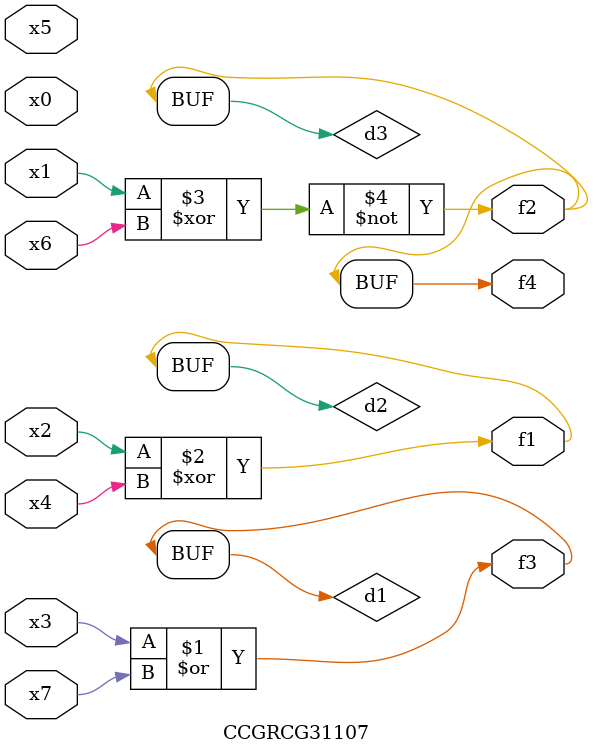
<source format=v>
module CCGRCG31107(
	input x0, x1, x2, x3, x4, x5, x6, x7,
	output f1, f2, f3, f4
);

	wire d1, d2, d3;

	or (d1, x3, x7);
	xor (d2, x2, x4);
	xnor (d3, x1, x6);
	assign f1 = d2;
	assign f2 = d3;
	assign f3 = d1;
	assign f4 = d3;
endmodule

</source>
